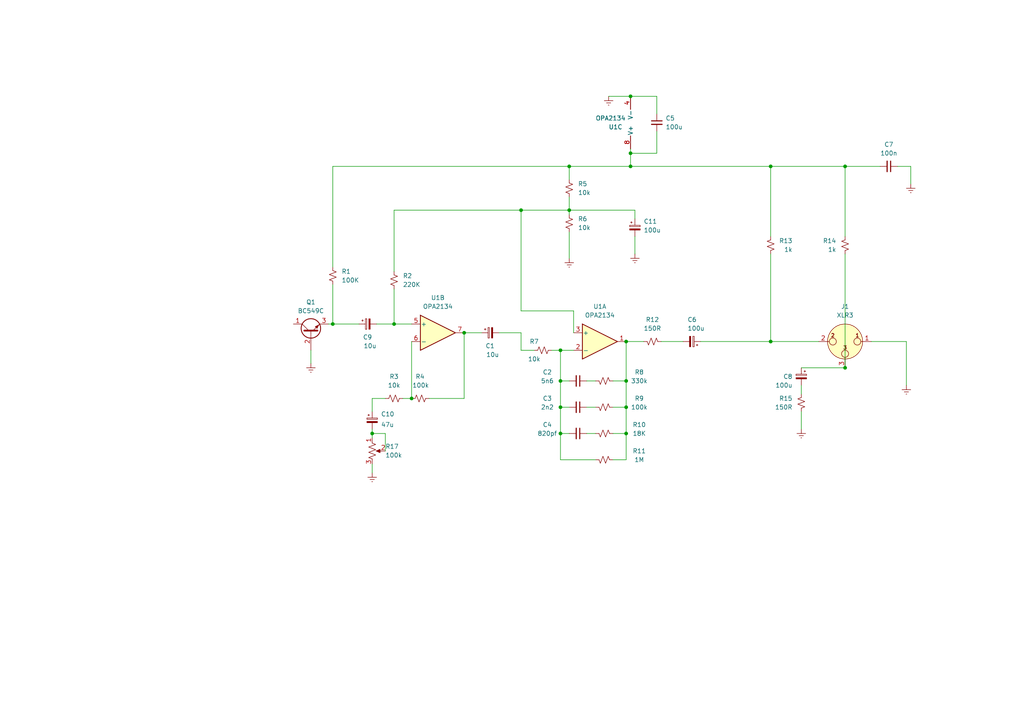
<source format=kicad_sch>
(kicad_sch (version 20211123) (generator eeschema)
  (paper "A4")
  (title_block (title "48V pink noise source") (date "2023-11-09") (rev "1") (company "Chris Wiliiams"))
  (lib_symbols
    (symbol "Amplifier_Operational:OPA2134" (pin_names (offset 0.127))
      (property "Reference" "U" (at 0 5.08 0))
      (property "Value" "OPA2134" (at 0 -5.08 0))
      (symbol "OPA2134_1_1"
        (polyline (pts (xy -5.08 5.08) (xy 5.08 0) (xy -5.08 -5.08) (xy -5.08 5.08)) (stroke (width 0.254)) (fill (type background)))
        (pin output line (at 7.62 0 180) (length 2.54) (name "~") (number "1"))
        (pin input line (at -7.62 -2.54 0) (length 2.54) (name "-") (number "2"))
        (pin input line (at -7.62 2.54 0) (length 2.54) (name "+") (number "3"))
      )
      (symbol "OPA2134_2_1"
        (polyline (pts (xy -5.08 5.08) (xy 5.08 0) (xy -5.08 -5.08) (xy -5.08 5.08)) (stroke (width 0.254)) (fill (type background)))
        (pin input line (at -7.62 2.54 0) (length 2.54) (name "+") (number "5"))
        (pin input line (at -7.62 -2.54 0) (length 2.54) (name "-") (number "6"))
        (pin output line (at 7.62 0 180) (length 2.54) (name "~") (number "7"))
      )
      (symbol "OPA2134_3_1"
        (pin power_in line (at -2.54 -7.62 90) (length 3.81) (name "V-") (number "4"))
        (pin power_in line (at -2.54 7.62 270) (length 3.81) (name "V+") (number "8"))
      )
    )
    (symbol "Connector:XLR3" (pin_names hide)
      (property "Reference" "J" (at 0 8.89 0))
      (property "Value" "XLR3" (at 0 6.35 0))
      (symbol "XLR3_0_1"
        (circle (center -3.556 0) (radius 1.016))
        (circle (center 0 -3.556) (radius 1.016))
        (polyline (pts (xy -5.08 0) (xy -4.572 0)))
        (polyline (pts (xy 0 -5.08) (xy 0 -4.572)))
        (polyline (pts (xy 5.08 0) (xy 4.572 0)))
        (circle (center 0 0) (radius 5.08) (fill (type background)))
        (circle (center 3.556 0) (radius 1.016))
        (text "1" (at -3.556 1.778 0) (effects (font (size 1.016 1.016) bold)))
        (text "2" (at 3.556 1.778 0) (effects (font (size 1.016 1.016) bold)))
        (text "3" (at 0 -1.778 0) (effects (font (size 1.016 1.016) bold)))
        (pin passive line (at -7.62 0 0) (length 2.54) (name "~") (number "1"))
        (pin passive line (at 7.62 0 180) (length 2.54) (name "~") (number "2"))
        (pin passive line (at 0 -7.62 90) (length 2.54) (name "~") (number "3"))
      )
    )
    (symbol "Device:C_Polarized_Small" (pin_numbers hide) (pin_names (offset 0.254) hide)
      (property "Reference" "C" (at 0.254 1.778 0))
      (property "Value" "C_Polarized_Small" (at 0.254 -2.032 0))
      (symbol "C_Polarized_Small_0_1"
        (rectangle (start -1.524 -0.3048) (end 1.524 -0.6858) (fill (type outline)))
        (rectangle (start -1.524 0.6858) (end 1.524 0.3048))
        (polyline (pts (xy -1.27 1.524) (xy -0.762 1.524)))
        (polyline (pts (xy -1.016 1.27) (xy -1.016 1.778)))
      )
      (symbol "C_Polarized_Small_1_1"
        (pin passive line (at 0 2.54 270) (length 1.8542) (name "~") (number "1"))
        (pin passive line (at 0 -2.54 90) (length 1.8542) (name "~") (number "2"))
      )
    )
    (symbol "Device:C_Small" (pin_numbers hide) (pin_names (offset 0.254) hide)
      (property "Reference" "C" (at 0.254 1.778 0))
      (property "Value" "C_Small" (at 0.254 -2.032 0))
      (symbol "C_Small_0_1"
        (polyline (pts (xy -1.524 -0.508) (xy 1.524 -0.508)) (stroke (width 0.3302)))
        (polyline (pts (xy -1.524 0.508) (xy 1.524 0.508)) (stroke (width 0.3048)))
      )
      (symbol "C_Small_1_1"
        (pin passive line (at 0 2.54 270) (length 2.032) (name "~") (number "1"))
        (pin passive line (at 0 -2.54 90) (length 2.032) (name "~") (number "2"))
      )
    )
    (symbol "Device:R_Potentiometer_US" (pin_names (offset 1.016) hide)
      (property "Reference" "RV" (at -4.445 0 90))
      (property "Value" "R_Potentiometer_US" (at -2.54 0 90))
      (symbol "R_Potentiometer_US_0_1"
        (polyline (pts (xy 0 -2.286) (xy 0 -2.54)))
        (polyline (pts (xy 0 2.54) (xy 0 2.286)))
        (polyline (pts (xy 2.54 0) (xy 1.524 0)))
        (polyline (pts (xy 1.143 0) (xy 2.286 0.508) (xy 2.286 -0.508) (xy 1.143 0)) (fill (type outline)))
        (polyline (pts (xy 0 -0.762) (xy 1.016 -1.143) (xy 0 -1.524) (xy -1.016 -1.905) (xy 0 -2.286)))
        (polyline (pts (xy 0 0.762) (xy 1.016 0.381) (xy 0 0) (xy -1.016 -0.381) (xy 0 -0.762)))
        (polyline (pts (xy 0 2.286) (xy 1.016 1.905) (xy 0 1.524) (xy -1.016 1.143) (xy 0 0.762)))
      )
      (symbol "R_Potentiometer_US_1_1"
        (pin passive line (at 0 3.81 270) (length 1.27) (name "1") (number "1"))
        (pin passive line (at 3.81 0 180) (length 1.27) (name "2") (number "2"))
        (pin passive line (at 0 -3.81 90) (length 1.27) (name "3") (number "3"))
      )
    )
    (symbol "Device:R_Small_US" (pin_numbers hide) (pin_names (offset 0.254) hide)
      (property "Reference" "R" (at 0.762 0.508 0))
      (property "Value" "R_Small_US" (at 0.762 -1.016 0))
      (symbol "R_Small_US_1_1"
        (polyline (pts (xy 0 0) (xy 1.016 -0.381) (xy 0 -0.762) (xy -1.016 -1.143) (xy 0 -1.524)))
        (polyline (pts (xy 0 1.524) (xy 1.016 1.143) (xy 0 0.762) (xy -1.016 0.381) (xy 0 0)))
        (pin passive line (at 0 2.54 270) (length 1.016) (name "~") (number "1"))
        (pin passive line (at 0 -2.54 90) (length 1.016) (name "~") (number "2"))
      )
    )
    (symbol "Transistor_BJT:BC550" (pin_names (offset 0) hide)
      (property "Reference" "Q" (at 5.08 1.905 0))
      (property "Value" "BC550" (at 5.08 0 0))
      (symbol "BC550_0_1"
        (polyline (pts (xy 0 0) (xy 0.635 0)))
        (polyline (pts (xy 0.635 0.635) (xy 2.54 2.54)))
        (polyline (pts (xy 0.635 -0.635) (xy 2.54 -2.54) (xy 2.54 -2.54)))
        (polyline (pts (xy 0.635 1.905) (xy 0.635 -1.905) (xy 0.635 -1.905)) (stroke (width 0.508)))
        (polyline (pts (xy 1.27 -1.778) (xy 1.778 -1.27) (xy 2.286 -2.286) (xy 1.27 -1.778) (xy 1.27 -1.778)) (fill (type outline)))
        (circle (center 1.27 0) (radius 2.8194) (stroke (width 0.254)))
      )
      (symbol "BC550_1_1"
        (pin passive line (at 2.54 5.08 270) (length 2.54) (name "C") (number "1"))
        (pin input line (at -5.08 0 0) (length 5.08) (name "B") (number "2"))
        (pin passive line (at 2.54 -5.08 90) (length 2.54) (name "E") (number "3"))
      )
    )
    (symbol "power:Earth" (power) (pin_names (offset 0))
      (symbol "Earth_0_1"
        (polyline (pts (xy -0.635 -1.905) (xy 0.635 -1.905)))
        (polyline (pts (xy -0.127 -2.54) (xy 0.127 -2.54)))
        (polyline (pts (xy 0 -1.27) (xy 0 0)))
        (polyline (pts (xy 1.27 -1.27) (xy -1.27 -1.27)))
      )
      (symbol "Earth_1_1"
        (pin power_in line (at 0 0 270) (length 0) hide (name "Earth") (number "1"))
      )
    )
  )
  (junction (at 182.88 27.94))
  (junction (at 119.38 115.57))
  (junction (at 181.61 99.06))
  (junction (at 134.62 96.52))
  (junction (at 162.56 101.6))
  (junction (at 182.88 44.45))
  (junction (at 151.13 60.96))
  (junction (at 181.61 118.11))
  (junction (at 223.52 99.06))
  (junction (at 107.95 125.73))
  (junction (at 165.1 48.26))
  (junction (at 181.61 125.73))
  (junction (at 96.52 93.98))
  (junction (at 165.1 60.96))
  (junction (at 114.3 93.98))
  (junction (at 181.61 110.49))
  (junction (at 245.11 48.26))
  (junction (at 245.11 106.68))
  (junction (at 223.52 48.26))
  (junction (at 182.88 48.26))
  (junction (at 162.56 125.73))
  (junction (at 162.56 110.49))
  (junction (at 162.56 118.11))
  (wire (pts (xy 151.13 90.17) (xy 166.37 90.17)))
  (wire (pts (xy 107.95 134.62) (xy 107.95 137.16)))
  (wire (pts (xy 252.73 99.06) (xy 262.89 99.06)))
  (wire (pts (xy 165.1 67.31) (xy 165.1 74.93)))
  (wire (pts (xy 162.56 125.73) (xy 165.1 125.73)))
  (wire (pts (xy 96.52 48.26) (xy 96.52 77.47)))
  (wire (pts (xy 96.52 93.98) (xy 104.14 93.98)))
  (wire (pts (xy 245.11 48.26) (xy 255.27 48.26)))
  (wire (pts (xy 114.3 83.82) (xy 114.3 93.98)))
  (wire (pts (xy 264.16 48.26) (xy 260.35 48.26)))
  (wire (pts (xy 262.89 99.06) (xy 262.89 111.76)))
  (wire (pts (xy 184.15 63.5) (xy 184.15 60.96)))
  (wire (pts (xy 162.56 110.49) (xy 162.56 118.11)))
  (wire (pts (xy 134.62 96.52) (xy 134.62 115.57)))
  (wire (pts (xy 162.56 101.6) (xy 166.37 101.6)))
  (wire (pts (xy 190.5 44.45) (xy 182.88 44.45)))
  (wire (pts (xy 134.62 96.52) (xy 139.7 96.52)))
  (wire (pts (xy 182.88 43.18) (xy 182.88 44.45)))
  (wire (pts (xy 162.56 118.11) (xy 165.1 118.11)))
  (wire (pts (xy 181.61 133.35) (xy 181.61 125.73)))
  (wire (pts (xy 245.11 48.26) (xy 245.11 68.58)))
  (wire (pts (xy 162.56 110.49) (xy 165.1 110.49)))
  (wire (pts (xy 170.18 110.49) (xy 172.72 110.49)))
  (wire (pts (xy 165.1 48.26) (xy 96.52 48.26)))
  (wire (pts (xy 177.8 125.73) (xy 181.61 125.73)))
  (wire (pts (xy 160.02 101.6) (xy 162.56 101.6)))
  (wire (pts (xy 162.56 133.35) (xy 172.72 133.35)))
  (wire (pts (xy 116.84 115.57) (xy 119.38 115.57)))
  (wire (pts (xy 223.52 73.66) (xy 223.52 99.06)))
  (wire (pts (xy 182.88 44.45) (xy 182.88 48.26)))
  (wire (pts (xy 190.5 27.94) (xy 182.88 27.94)))
  (wire (pts (xy 165.1 48.26) (xy 165.1 52.07)))
  (wire (pts (xy 107.95 115.57) (xy 111.76 115.57)))
  (wire (pts (xy 109.22 93.98) (xy 114.3 93.98)))
  (wire (pts (xy 114.3 60.96) (xy 151.13 60.96)))
  (wire (pts (xy 184.15 68.58) (xy 184.15 73.66)))
  (wire (pts (xy 182.88 48.26) (xy 223.52 48.26)))
  (wire (pts (xy 184.15 60.96) (xy 165.1 60.96)))
  (wire (pts (xy 181.61 110.49) (xy 181.61 118.11)))
  (wire (pts (xy 162.56 118.11) (xy 162.56 125.73)))
  (wire (pts (xy 114.3 93.98) (xy 119.38 93.98)))
  (wire (pts (xy 111.76 125.73) (xy 111.76 130.81)))
  (wire (pts (xy 162.56 101.6) (xy 162.56 110.49)))
  (wire (pts (xy 119.38 99.06) (xy 119.38 115.57)))
  (wire (pts (xy 151.13 60.96) (xy 165.1 60.96)))
  (wire (pts (xy 107.95 115.57) (xy 107.95 119.38)))
  (wire (pts (xy 96.52 82.55) (xy 96.52 93.98)))
  (wire (pts (xy 165.1 60.96) (xy 165.1 62.23)))
  (wire (pts (xy 181.61 125.73) (xy 181.61 118.11)))
  (wire (pts (xy 124.46 115.57) (xy 134.62 115.57)))
  (wire (pts (xy 95.25 93.98) (xy 96.52 93.98)))
  (wire (pts (xy 191.77 99.06) (xy 198.12 99.06)))
  (wire (pts (xy 232.41 111.76) (xy 232.41 114.3)))
  (wire (pts (xy 190.5 38.1) (xy 190.5 44.45)))
  (wire (pts (xy 264.16 53.34) (xy 264.16 48.26)))
  (wire (pts (xy 154.94 101.6) (xy 151.13 101.6)))
  (wire (pts (xy 151.13 60.96) (xy 151.13 90.17)))
  (wire (pts (xy 181.61 99.06) (xy 186.69 99.06)))
  (wire (pts (xy 114.3 78.74) (xy 114.3 60.96)))
  (wire (pts (xy 177.8 133.35) (xy 181.61 133.35)))
  (wire (pts (xy 176.53 27.94) (xy 182.88 27.94)))
  (wire (pts (xy 223.52 48.26) (xy 245.11 48.26)))
  (wire (pts (xy 107.95 124.46) (xy 107.95 125.73)))
  (wire (pts (xy 90.17 101.6) (xy 90.17 105.41)))
  (wire (pts (xy 177.8 118.11) (xy 181.61 118.11)))
  (wire (pts (xy 107.95 125.73) (xy 107.95 127)))
  (wire (pts (xy 151.13 96.52) (xy 151.13 101.6)))
  (wire (pts (xy 165.1 48.26) (xy 182.88 48.26)))
  (wire (pts (xy 232.41 106.68) (xy 245.11 106.68)))
  (wire (pts (xy 232.41 119.38) (xy 232.41 124.46)))
  (wire (pts (xy 177.8 110.49) (xy 181.61 110.49)))
  (wire (pts (xy 203.2 99.06) (xy 223.52 99.06)))
  (wire (pts (xy 223.52 99.06) (xy 237.49 99.06)))
  (wire (pts (xy 165.1 57.15) (xy 165.1 60.96)))
  (wire (pts (xy 144.78 96.52) (xy 151.13 96.52)))
  (wire (pts (xy 107.95 125.73) (xy 111.76 125.73)))
  (wire (pts (xy 223.52 48.26) (xy 223.52 68.58)))
  (wire (pts (xy 181.61 99.06) (xy 181.61 110.49)))
  (wire (pts (xy 170.18 118.11) (xy 172.72 118.11)))
  (wire (pts (xy 170.18 125.73) (xy 172.72 125.73)))
  (wire (pts (xy 190.5 33.02) (xy 190.5 27.94)))
  (wire (pts (xy 166.37 90.17) (xy 166.37 96.52)))
  (wire (pts (xy 162.56 125.73) (xy 162.56 133.35)))
  (wire (pts (xy 245.11 73.66) (xy 245.11 106.68)))
  (symbol (lib_id "Transistor_BJT:BC550") (at 90.17 96.52 90) (unit 1)
    (property "Reference" "Q1" (at 90.17 87.63 90))
    (property "Value" "BC549C" (at 90.17 90.17 90))
    (property "Footprint" "Library:TO-92_Inline" (effects hide))
    (property "Datasheet" "https://www.onsemi.com/pub/Collateral/BC550-D.pdf" (effects hide))
  )
  (symbol (lib_id "Device:C_Polarized_Small") (at 142.24 96.52 90) (mirror x) (unit 1)
    (property "Reference" "C1" (at 143.51 100.33 90) (effects (justify left)))
    (property "Value" "10u" (at 144.78 102.87 90) (effects (justify left)))
    (property "Footprint" "Library:CP_Radial_D4.0mm_P1.50mm" (effects hide))
  )
  (symbol (lib_id "power:Earth") (at 176.53 27.94 0) (unit 1)
    (property "Reference" "#PWR05" (effects hide))
    (property "Value" "Earth" (effects hide))
  )
  (symbol (lib_id "Device:R_Potentiometer_US") (at 107.95 130.81 0) (unit 1)
    (property "Reference" "R17" (at 111.76 129.5018 0) (effects (justify left)))
    (property "Value" "100k" (at 111.76 132.0418 0) (effects (justify left)))
    (property "Footprint" "Library:Potentiometer_Bourns_3266X_Horizontal" (effects hide))
  )
  (symbol (lib_id "Device:R_Small_US") (at 165.1 64.77 180) (unit 1)
    (property "Reference" "R6" (at 167.64 63.4999 0) (effects (justify right)))
    (property "Value" "10k" (at 167.64 66.0399 0) (effects (justify right)))
    (property "Footprint" "Library:R_Axial_DIN0204_L3.6mm_D1.6mm_P1.90mm_Vertical" (effects hide))
  )
  (symbol (lib_id "Device:R_Small_US") (at 175.26 110.49 90) (mirror x) (unit 1)
    (property "Reference" "R8" (at 185.42 107.95 90))
    (property "Value" "330k" (at 185.42 110.49 90))
    (property "Footprint" "Library:R_Axial_DIN0204_L3.6mm_D1.6mm_P1.90mm_Vertical" (effects hide))
  )
  (symbol (lib_id "Device:R_Small_US") (at 165.1 54.61 180) (unit 1)
    (property "Reference" "R5" (at 167.64 53.3399 0) (effects (justify right)))
    (property "Value" "10k" (at 167.64 55.8799 0) (effects (justify right)))
    (property "Footprint" "Library:R_Axial_DIN0204_L3.6mm_D1.6mm_P1.90mm_Vertical" (effects hide))
  )
  (symbol (lib_id "Device:C_Small") (at 257.81 48.26 270) (mirror x) (unit 1)
    (property "Reference" "C7" (at 257.8037 41.91 90))
    (property "Value" "100n" (at 257.8037 44.45 90))
    (property "Footprint" "Library:C_Disc_D3.0mm_W1.6mm_P2.50mm" (effects hide))
  )
  (symbol (lib_id "Device:R_Small_US") (at 175.26 118.11 90) (mirror x) (unit 1)
    (property "Reference" "R9" (at 185.42 115.57 90))
    (property "Value" "100k" (at 185.42 118.11 90))
    (property "Footprint" "Library:R_Axial_DIN0204_L3.6mm_D1.6mm_P1.90mm_Vertical" (effects hide))
  )
  (symbol (lib_id "Device:R_Small_US") (at 223.52 71.12 0) (mirror y) (unit 1)
    (property "Reference" "R13" (at 229.87 69.85 0) (effects (justify left)))
    (property "Value" "1k" (at 229.87 72.39 0) (effects (justify left)))
    (property "Footprint" "Library:R_Axial_DIN0204_L3.6mm_D1.6mm_P1.90mm_Vertical" (effects hide))
  )
  (symbol (lib_id "Device:R_Small_US") (at 96.52 80.01 180) (unit 1)
    (property "Reference" "R1" (at 99.06 78.7399 0) (effects (justify right)))
    (property "Value" "100K" (at 99.06 81.2799 0) (effects (justify right)))
    (property "Footprint" "Library:R_Axial_DIN0204_L3.6mm_D1.6mm_P1.90mm_Vertical" (effects hide))
  )
  (symbol (lib_id "power:Earth") (at 184.15 73.66 0) (unit 1)
    (property "Reference" "#PWR04" (effects hide))
    (property "Value" "Earth" (effects hide))
  )
  (symbol (lib_id "power:Earth") (at 264.16 53.34 0) (unit 1)
    (property "Reference" "#PWR07" (effects hide))
    (property "Value" "Earth" (effects hide))
  )
  (symbol (lib_id "Device:R_Small_US") (at 245.11 71.12 0) (mirror y) (unit 1)
    (property "Reference" "R14" (at 242.57 69.85 0) (effects (justify left)))
    (property "Value" "1k" (at 242.57 72.3901 0) (effects (justify left)))
    (property "Footprint" "Library:R_Axial_DIN0204_L3.6mm_D1.6mm_P1.90mm_Vertical" (effects hide))
  )
  (symbol (lib_id "Device:R_Small_US") (at 114.3 115.57 90) (unit 1)
    (property "Reference" "R3" (at 114.3 109.22 90))
    (property "Value" "10k" (at 114.3 111.76 90))
    (property "Footprint" "Library:R_Axial_DIN0204_L3.6mm_D1.6mm_P1.90mm_Vertical" (effects hide))
  )
  (symbol (lib_id "Amplifier_Operational:OPA2134") (at 173.99 99.06 0) (unit 1)
    (property "Reference" "U1" (at 173.99 88.9 0))
    (property "Value" "OPA2134" (at 173.99 91.44 0))
    (property "Footprint" "Library:DIP-8_W7.62mm_Socket" (effects hide))
    (property "Datasheet" "http://www.ti.com/lit/ds/symlink/opa134.pdf" (effects hide))
  )
  (symbol (lib_id "power:Earth") (at 232.41 124.46 0) (unit 1)
    (property "Reference" "#PWR06" (effects hide))
    (property "Value" "Earth" (effects hide))
  )
  (symbol (lib_id "power:Earth") (at 262.89 111.76 0) (unit 1)
    (property "Reference" "#PWR08" (effects hide))
    (property "Value" "Earth" (effects hide))
  )
  (symbol (lib_id "Device:R_Small_US") (at 175.26 133.35 90) (mirror x) (unit 1)
    (property "Reference" "R11" (at 185.42 130.81 90))
    (property "Value" "1M" (at 185.42 133.35 90))
    (property "Footprint" "Library:R_Axial_DIN0204_L3.6mm_D1.6mm_P1.90mm_Vertical" (effects hide))
  )
  (symbol (lib_id "power:Earth") (at 90.17 105.41 0) (unit 1)
    (property "Reference" "#PWR01" (effects hide))
    (property "Value" "Earth" (effects hide))
  )
  (symbol (lib_id "Device:C_Small") (at 190.5 35.56 0) (mirror y) (unit 1)
    (property "Reference" "C5" (at 193.04 34.2962 0) (effects (justify right)))
    (property "Value" "100u" (at 193.04 36.8362 0) (effects (justify right)))
    (property "Footprint" "Library:CP_Radial_D10.0mm_P5.00mm" (effects hide))
  )
  (symbol (lib_id "Device:R_Small_US") (at 114.3 81.28 180) (unit 1)
    (property "Reference" "R2" (at 116.84 80.0099 0) (effects (justify right)))
    (property "Value" "220K" (at 116.84 82.5499 0) (effects (justify right)))
    (property "Footprint" "Library:R_Axial_DIN0204_L3.6mm_D1.6mm_P1.90mm_Vertical" (effects hide))
  )
  (symbol (lib_id "Device:R_Small_US") (at 157.48 101.6 270) (unit 1)
    (property "Reference" "R7" (at 154.94 99.06 90))
    (property "Value" "10k" (at 154.94 104.14 90))
    (property "Footprint" "Library:R_Axial_DIN0204_L3.6mm_D1.6mm_P1.90mm_Vertical" (effects hide))
  )
  (symbol (lib_id "Device:R_Small_US") (at 189.23 99.06 90) (mirror x) (unit 1)
    (property "Reference" "R12" (at 189.23 92.71 90))
    (property "Value" "150R" (at 189.23 95.25 90))
    (property "Footprint" "Library:R_Axial_DIN0204_L3.6mm_D1.6mm_P1.90mm_Vertical" (effects hide))
  )
  (symbol (lib_id "power:Earth") (at 107.95 137.16 0) (unit 1)
    (property "Reference" "#PWR02" (effects hide))
    (property "Value" "Earth" (effects hide))
  )
  (symbol (lib_id "Device:R_Small_US") (at 175.26 125.73 90) (mirror x) (unit 1)
    (property "Reference" "R10" (at 185.42 123.19 90))
    (property "Value" "18K" (at 185.42 125.73 90))
    (property "Footprint" "Library:R_Axial_DIN0204_L3.6mm_D1.6mm_P1.90mm_Vertical" (effects hide))
  )
  (symbol (lib_id "Device:C_Polarized_Small") (at 106.68 93.98 90) (mirror x) (unit 1)
    (property "Reference" "C9" (at 107.95 97.79 90) (effects (justify left)))
    (property "Value" "10u" (at 109.22 100.33 90) (effects (justify left)))
    (property "Footprint" "Library:CP_Radial_D4.0mm_P1.50mm" (effects hide))
  )
  (symbol (lib_id "power:Earth") (at 165.1 74.93 0) (unit 1)
    (property "Reference" "#PWR03" (effects hide))
    (property "Value" "Earth" (effects hide))
  )
  (symbol (lib_id "Device:C_Small") (at 167.64 110.49 270) (mirror x) (unit 1)
    (property "Reference" "C2" (at 158.75 107.95 90))
    (property "Value" "5n6" (at 158.75 110.49 90))
    (property "Footprint" "Library:C_Disc_D3.0mm_W1.6mm_P2.50mm" (effects hide))
  )
  (symbol (lib_id "Amplifier_Operational:OPA2134") (at 185.42 35.56 0) (mirror x) (unit 3)
    (property "Reference" "U1" (at 176.53 36.83 0) (effects (justify left)))
    (property "Value" "OPA2134" (at 172.72 34.29 0) (effects (justify left)))
    (property "Footprint" "Library:DIP-8_W7.62mm_Socket" (effects hide))
    (property "Datasheet" "http://www.ti.com/lit/ds/symlink/opa134.pdf" (effects hide))
  )
  (symbol (lib_id "Device:C_Small") (at 167.64 118.11 270) (mirror x) (unit 1)
    (property "Reference" "C3" (at 158.75 115.57 90))
    (property "Value" "2n2" (at 158.75 118.11 90))
    (property "Footprint" "Library:C_Disc_D3.0mm_W1.6mm_P2.50mm" (effects hide))
  )
  (symbol (lib_id "Amplifier_Operational:OPA2134") (at 127 96.52 0) (unit 2)
    (property "Reference" "U1" (at 127 86.36 0))
    (property "Value" "OPA2134" (at 127 88.9 0))
    (property "Footprint" "Library:DIP-8_W7.62mm_Socket" (effects hide))
    (property "Datasheet" "http://www.ti.com/lit/ds/symlink/opa134.pdf" (effects hide))
  )
  (symbol (lib_id "Device:R_Small_US") (at 232.41 116.84 0) (mirror x) (unit 1)
    (property "Reference" "R15" (at 229.87 115.5699 0) (effects (justify right)))
    (property "Value" "150R" (at 229.87 118.1099 0) (effects (justify right)))
    (property "Footprint" "Library:R_Axial_DIN0204_L3.6mm_D1.6mm_P1.90mm_Vertical" (effects hide))
  )
  (symbol (lib_id "Connector:XLR3") (at 245.11 99.06 0) (mirror y) (unit 1)
    (property "Reference" "J1" (at 245.11 88.9 0))
    (property "Value" "XLR3" (at 245.11 91.44 0))
    (property "Footprint" "Library:Jack_XLR_Neutrik_NC3MBH_Horizontal" (effects hide))
    (property "Datasheet" " ~" (effects hide))
  )
  (symbol (lib_id "Device:C_Polarized_Small") (at 232.41 109.22 0) (mirror y) (unit 1)
    (property "Reference" "C8" (at 229.87 109.22 0) (effects (justify left)))
    (property "Value" "100u" (at 229.87 111.76 0) (effects (justify left)))
    (property "Footprint" "Library:CP_Radial_D10.0mm_P5.00mm" (effects hide))
  )
  (symbol (lib_id "Device:C_Polarized_Small") (at 200.66 99.06 270) (mirror x) (unit 1)
    (property "Reference" "C6" (at 199.39 92.71 90) (effects (justify left)))
    (property "Value" "100u" (at 199.39 95.25 90) (effects (justify left)))
    (property "Footprint" "Library:CP_Radial_D10.0mm_P5.00mm" (effects hide))
  )
  (symbol (lib_id "Device:C_Polarized_Small") (at 184.15 66.04 0) (unit 1)
    (property "Reference" "C11" (at 186.69 64.2238 0) (effects (justify left)))
    (property "Value" "100u" (at 186.69 66.7638 0) (effects (justify left)))
    (property "Footprint" "Library:CP_Radial_D10.0mm_P5.00mm" (effects hide))
  )
  (symbol (lib_id "Device:R_Small_US") (at 121.92 115.57 90) (unit 1)
    (property "Reference" "R4" (at 123.19 109.22 90) (effects (justify left)))
    (property "Value" "100k" (at 124.46 111.76 90) (effects (justify left)))
    (property "Footprint" "Library:R_Axial_DIN0204_L3.6mm_D1.6mm_P1.90mm_Vertical" (effects hide))
  )
  (symbol (lib_id "Device:C_Small") (at 167.64 125.73 270) (mirror x) (unit 1)
    (property "Reference" "C4" (at 158.75 123.19 90))
    (property "Value" "820pf" (at 158.75 125.73 90))
    (property "Footprint" "Library:C_Disc_D3.0mm_W1.6mm_P2.50mm" (effects hide))
  )
  (symbol (lib_id "Device:C_Polarized_Small") (at 107.95 121.92 0) (unit 1)
    (property "Reference" "C10" (at 110.49 120.1038 0) (effects (justify left)))
    (property "Value" "47u" (at 110.49 123.19 0) (effects (justify left)))
    (property "Footprint" "Library:CP_Radial_D4.0mm_P1.50mm" (effects hide))
  )
)
</source>
